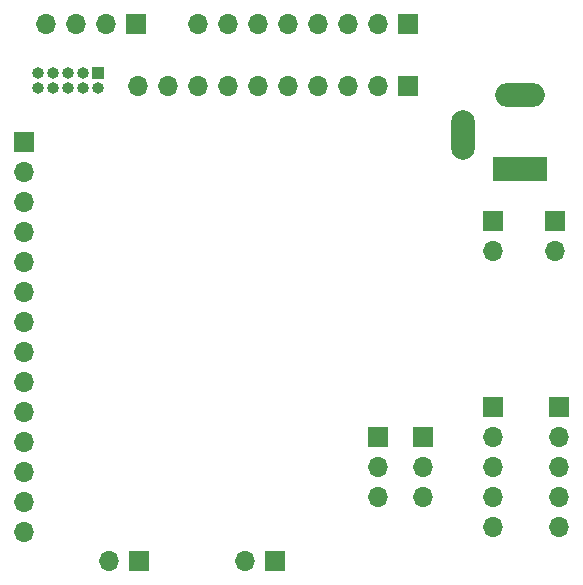
<source format=gbs>
%TF.GenerationSoftware,KiCad,Pcbnew,(5.99.0-12896-g1860893d63)*%
%TF.CreationDate,2021-11-27T00:19:14+08:00*%
%TF.ProjectId,GD32_SPINE,47443332-5f53-4504-994e-452e6b696361,rev?*%
%TF.SameCoordinates,Original*%
%TF.FileFunction,Soldermask,Bot*%
%TF.FilePolarity,Negative*%
%FSLAX46Y46*%
G04 Gerber Fmt 4.6, Leading zero omitted, Abs format (unit mm)*
G04 Created by KiCad (PCBNEW (5.99.0-12896-g1860893d63)) date 2021-11-27 00:19:14*
%MOMM*%
%LPD*%
G01*
G04 APERTURE LIST*
%ADD10R,1.700000X1.700000*%
%ADD11O,1.700000X1.700000*%
%ADD12R,1.000000X1.000000*%
%ADD13O,1.000000X1.000000*%
%ADD14R,4.600000X2.000000*%
%ADD15O,4.200000X2.000000*%
%ADD16O,2.000000X4.200000*%
G04 APERTURE END LIST*
D10*
%TO.C,J9*%
X141750000Y-84500000D03*
D11*
X141750000Y-87040000D03*
X141750000Y-89580000D03*
X141750000Y-92120000D03*
X141750000Y-94660000D03*
%TD*%
D10*
%TO.C,J6*%
X134500000Y-57250000D03*
D11*
X131960000Y-57250000D03*
X129420000Y-57250000D03*
X126880000Y-57250000D03*
X124340000Y-57250000D03*
X121800000Y-57250000D03*
X119260000Y-57250000D03*
X116720000Y-57250000D03*
X114180000Y-57250000D03*
X111640000Y-57250000D03*
%TD*%
D10*
%TO.C,J5*%
X135750000Y-86960000D03*
D11*
X135750000Y-89500000D03*
X135750000Y-92040000D03*
%TD*%
D12*
%TO.C,J13*%
X108300000Y-56200000D03*
D13*
X108300000Y-57470000D03*
X107030000Y-56200000D03*
X107030000Y-57470000D03*
X105760000Y-56200000D03*
X105760000Y-57470000D03*
X104490000Y-56200000D03*
X104490000Y-57470000D03*
X103220000Y-56200000D03*
X103220000Y-57470000D03*
%TD*%
D10*
%TO.C,J14*%
X111775000Y-97500000D03*
D11*
X109235000Y-97500000D03*
%TD*%
D10*
%TO.C,J11*%
X141750000Y-68725000D03*
D11*
X141750000Y-71265000D03*
%TD*%
D10*
%TO.C,J12*%
X147000000Y-68725000D03*
D11*
X147000000Y-71265000D03*
%TD*%
D10*
%TO.C,J3*%
X111500000Y-52000000D03*
D11*
X108960000Y-52000000D03*
X106420000Y-52000000D03*
X103880000Y-52000000D03*
%TD*%
D10*
%TO.C,J10*%
X147320000Y-84500000D03*
D11*
X147320000Y-87040000D03*
X147320000Y-89580000D03*
X147320000Y-92120000D03*
X147320000Y-94660000D03*
%TD*%
D10*
%TO.C,J4*%
X132000000Y-86960000D03*
D11*
X132000000Y-89500000D03*
X132000000Y-92040000D03*
%TD*%
D14*
%TO.C,J1*%
X144000000Y-64350000D03*
D15*
X144000000Y-58050000D03*
D16*
X139200000Y-61450000D03*
%TD*%
D10*
%TO.C,J8*%
X102000000Y-62000000D03*
D11*
X102000000Y-64540000D03*
X102000000Y-67080000D03*
X102000000Y-69620000D03*
X102000000Y-72160000D03*
X102000000Y-74700000D03*
X102000000Y-77240000D03*
X102000000Y-79780000D03*
X102000000Y-82320000D03*
X102000000Y-84860000D03*
X102000000Y-87400000D03*
X102000000Y-89940000D03*
X102000000Y-92480000D03*
X102000000Y-95020000D03*
%TD*%
D10*
%TO.C,J2*%
X134500000Y-52000000D03*
D11*
X131960000Y-52000000D03*
X129420000Y-52000000D03*
X126880000Y-52000000D03*
X124340000Y-52000000D03*
X121800000Y-52000000D03*
X119260000Y-52000000D03*
X116720000Y-52000000D03*
%TD*%
D10*
%TO.C,J7*%
X123275000Y-97500000D03*
D11*
X120735000Y-97500000D03*
%TD*%
M02*

</source>
